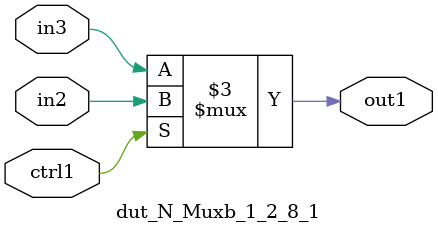
<source format=v>

`timescale 1ps / 1ps


module dut_N_Muxb_1_2_8_1( in3, in2, ctrl1, out1 );

    input in3;
    input in2;
    input ctrl1;
    output out1;
    reg out1;

    
    // rtl_process:dut_N_Muxb_1_2_8_1/dut_N_Muxb_1_2_8_1_thread_1
    always @*
      begin : dut_N_Muxb_1_2_8_1_thread_1
        case (ctrl1) 
          1'b1: 
            begin
              out1 = in2;
            end
          default: 
            begin
              out1 = in3;
            end
        endcase
      end

endmodule


</source>
